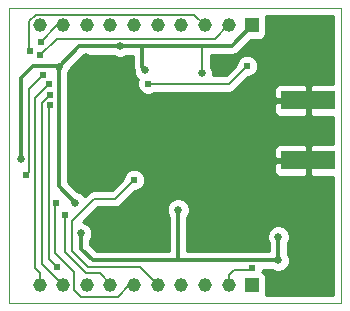
<source format=gbl>
G04 (created by PCBNEW (22-Jun-2014 BZR 4027)-stable) date Fri 19 Dec 2014 02:00:51 PM EET*
%MOIN*%
G04 Gerber Fmt 3.4, Leading zero omitted, Abs format*
%FSLAX34Y34*%
G01*
G70*
G90*
G04 APERTURE LIST*
%ADD10C,0.00590551*%
%ADD11C,0.0039*%
%ADD12C,0.0453*%
%ADD13R,0.0453X0.0453*%
%ADD14R,0.18X0.06*%
%ADD15C,0.026*%
%ADD16C,0.024*%
%ADD17C,0.012*%
%ADD18C,0.008*%
%ADD19C,0.01*%
G04 APERTURE END LIST*
G54D10*
G54D11*
X19409Y-13661D02*
X30472Y-13661D01*
X19409Y-23504D02*
X19646Y-23504D01*
X19409Y-13661D02*
X19409Y-23504D01*
X30472Y-23504D02*
X19646Y-23504D01*
X30472Y-23465D02*
X30472Y-23504D01*
X30472Y-23386D02*
X30472Y-23465D01*
X30472Y-13661D02*
X30472Y-23386D01*
G54D12*
X20433Y-14252D03*
X23582Y-14252D03*
X22795Y-14252D03*
X22007Y-14252D03*
X21220Y-14252D03*
X24370Y-14252D03*
X25157Y-14252D03*
X25945Y-14252D03*
G54D13*
X27519Y-14252D03*
G54D12*
X26732Y-14252D03*
X20433Y-22913D03*
X23582Y-22913D03*
X22795Y-22913D03*
X22007Y-22913D03*
X21220Y-22913D03*
X24370Y-22913D03*
X25157Y-22913D03*
X25945Y-22913D03*
G54D13*
X27519Y-22913D03*
G54D12*
X26732Y-22913D03*
G54D14*
X29394Y-18750D03*
X29394Y-16750D03*
G54D15*
X25050Y-20400D03*
X23950Y-15750D03*
X19800Y-18700D03*
X21063Y-15630D03*
X21614Y-20157D03*
X21811Y-21181D03*
X28386Y-21299D03*
X23113Y-14951D03*
X28386Y-22087D03*
X25829Y-15847D03*
X28150Y-17200D03*
X27600Y-17200D03*
X26950Y-17200D03*
X26300Y-17200D03*
X25700Y-17200D03*
X28150Y-18250D03*
X25700Y-18250D03*
X26300Y-18250D03*
X26950Y-18250D03*
X27600Y-18250D03*
X21693Y-19488D03*
X22100Y-15700D03*
X21991Y-15306D03*
X23504Y-20984D03*
X26710Y-15433D03*
G54D16*
X21262Y-20561D03*
X24050Y-16200D03*
X27350Y-15600D03*
X27500Y-22350D03*
X23585Y-19400D03*
X20750Y-16211D03*
X20475Y-14794D03*
X21006Y-22313D03*
X20770Y-16920D03*
X20770Y-16565D03*
X20987Y-20187D03*
X20455Y-15246D03*
X20554Y-15896D03*
X19963Y-19243D03*
X20101Y-15089D03*
G54D17*
X25050Y-20400D02*
X25050Y-22087D01*
X25050Y-22087D02*
X25050Y-22050D01*
X25050Y-22050D02*
X25050Y-22087D01*
X23850Y-15650D02*
X23850Y-14951D01*
X23950Y-15750D02*
X23850Y-15650D01*
X21033Y-15600D02*
X21063Y-15630D01*
X19800Y-16000D02*
X20200Y-15600D01*
X19800Y-18700D02*
X19800Y-16000D01*
G54D18*
X21754Y-14951D02*
X23113Y-14951D01*
X25258Y-22087D02*
X25258Y-22097D01*
G54D17*
X21063Y-19606D02*
X21614Y-20157D01*
X21063Y-16024D02*
X21063Y-19606D01*
X21063Y-15630D02*
X21063Y-16024D01*
X21811Y-21181D02*
X21811Y-21693D01*
X25000Y-22087D02*
X25050Y-22087D01*
X22205Y-22087D02*
X25000Y-22087D01*
X21811Y-21693D02*
X22205Y-22087D01*
G54D18*
X21075Y-15630D02*
X21754Y-14951D01*
G54D17*
X27520Y-22087D02*
X28386Y-22087D01*
X21075Y-15630D02*
X21754Y-14951D01*
X20200Y-15600D02*
X21033Y-15600D01*
G54D18*
X25258Y-22097D02*
X25258Y-22087D01*
X25849Y-14921D02*
X25849Y-15827D01*
G54D17*
X23113Y-14951D02*
X23850Y-14951D01*
X23850Y-14951D02*
X23970Y-14951D01*
X25849Y-14921D02*
X25709Y-14921D01*
X23970Y-14951D02*
X24000Y-14921D01*
X25709Y-14921D02*
X24000Y-14921D01*
X25258Y-22087D02*
X27520Y-22087D01*
X21063Y-15630D02*
X21075Y-15630D01*
X28386Y-21299D02*
X28386Y-22087D01*
X25050Y-22087D02*
X25258Y-22087D01*
G54D18*
X25849Y-15827D02*
X25829Y-15847D01*
G54D17*
X26850Y-14921D02*
X25849Y-14921D01*
X21754Y-14951D02*
X23113Y-14951D01*
X27519Y-14252D02*
X26850Y-14921D01*
X26950Y-17200D02*
X27600Y-17200D01*
X25700Y-17200D02*
X26300Y-17200D01*
X25700Y-18250D02*
X26300Y-18250D01*
X26950Y-18250D02*
X27600Y-18250D01*
G54D18*
X21971Y-15286D02*
X21991Y-15306D01*
X22795Y-22913D02*
X22795Y-22862D01*
X21262Y-21802D02*
X21262Y-20561D01*
X22443Y-22510D02*
X21970Y-22510D01*
X22795Y-22862D02*
X22443Y-22510D01*
X21970Y-22510D02*
X21262Y-21802D01*
X26750Y-16200D02*
X24050Y-16200D01*
X27350Y-15600D02*
X26750Y-16200D01*
X26732Y-22568D02*
X26732Y-22913D01*
X26900Y-22400D02*
X26732Y-22568D01*
X27450Y-22400D02*
X26900Y-22400D01*
X27500Y-22350D02*
X27450Y-22400D01*
X22955Y-20030D02*
X22246Y-20030D01*
X23585Y-19400D02*
X22955Y-20030D01*
X21498Y-20778D02*
X21498Y-21761D01*
X22246Y-20030D02*
X21498Y-20778D01*
X23770Y-22313D02*
X24370Y-22913D01*
X21498Y-21761D02*
X22050Y-22313D01*
X22050Y-22313D02*
X23770Y-22313D01*
X20278Y-16683D02*
X20750Y-16211D01*
X20278Y-22353D02*
X20278Y-16683D01*
X20433Y-22913D02*
X20433Y-22508D01*
X20433Y-22508D02*
X20278Y-22353D01*
X20475Y-14794D02*
X21017Y-14252D01*
X21017Y-14252D02*
X21220Y-14252D01*
X20731Y-16959D02*
X20731Y-22038D01*
X20770Y-16920D02*
X20731Y-16959D01*
X20731Y-22038D02*
X21006Y-22313D01*
X20514Y-22207D02*
X21220Y-22913D01*
X20770Y-16565D02*
X20514Y-16821D01*
X20514Y-16821D02*
X20514Y-22207D01*
X20947Y-21841D02*
X20947Y-20187D01*
X23582Y-22913D02*
X23419Y-22913D01*
X20947Y-20187D02*
X20987Y-20187D01*
X21577Y-22471D02*
X20947Y-21841D01*
X23419Y-22913D02*
X23034Y-23298D01*
X21814Y-23298D02*
X21577Y-23061D01*
X21577Y-23061D02*
X21577Y-22471D01*
X23034Y-23298D02*
X21814Y-23298D01*
X26732Y-14252D02*
X26710Y-14252D01*
X26267Y-14695D02*
X21006Y-14695D01*
X26710Y-14252D02*
X26267Y-14695D01*
X21006Y-14695D02*
X20455Y-15246D01*
X20081Y-19125D02*
X19963Y-19243D01*
X20081Y-16369D02*
X20081Y-19125D01*
X20554Y-15896D02*
X20081Y-16369D01*
X20081Y-14105D02*
X20298Y-13888D01*
X20081Y-15069D02*
X20081Y-14105D01*
X20101Y-15089D02*
X20081Y-15069D01*
X20298Y-13888D02*
X25581Y-13888D01*
X25581Y-13888D02*
X25945Y-14252D01*
G54D10*
G36*
X20509Y-14257D02*
X20438Y-14328D01*
X20433Y-14322D01*
X20427Y-14328D01*
X20371Y-14271D01*
X20371Y-14232D01*
X20425Y-14178D01*
X20429Y-14178D01*
X20433Y-14181D01*
X20436Y-14178D01*
X20440Y-14178D01*
X20509Y-14246D01*
X20503Y-14252D01*
X20509Y-14257D01*
X20509Y-14257D01*
G37*
G54D19*
X20509Y-14257D02*
X20438Y-14328D01*
X20433Y-14322D01*
X20427Y-14328D01*
X20371Y-14271D01*
X20371Y-14232D01*
X20425Y-14178D01*
X20429Y-14178D01*
X20433Y-14181D01*
X20436Y-14178D01*
X20440Y-14178D01*
X20509Y-14246D01*
X20503Y-14252D01*
X20509Y-14257D01*
G54D10*
G36*
X30202Y-23234D02*
X29344Y-23234D01*
X29344Y-19237D01*
X29344Y-18800D01*
X29344Y-18700D01*
X29344Y-18262D01*
X29344Y-17237D01*
X29344Y-16800D01*
X29344Y-16700D01*
X29344Y-16262D01*
X29281Y-16200D01*
X28543Y-16199D01*
X28444Y-16200D01*
X28352Y-16238D01*
X28281Y-16308D01*
X28243Y-16400D01*
X28244Y-16637D01*
X28306Y-16700D01*
X29344Y-16700D01*
X29344Y-16800D01*
X28306Y-16800D01*
X28244Y-16862D01*
X28243Y-17099D01*
X28281Y-17191D01*
X28352Y-17261D01*
X28444Y-17299D01*
X28543Y-17300D01*
X29281Y-17300D01*
X29344Y-17237D01*
X29344Y-18262D01*
X29281Y-18200D01*
X28543Y-18199D01*
X28444Y-18200D01*
X28352Y-18238D01*
X28281Y-18308D01*
X28243Y-18400D01*
X28244Y-18637D01*
X28306Y-18700D01*
X29344Y-18700D01*
X29344Y-18800D01*
X28306Y-18800D01*
X28244Y-18862D01*
X28243Y-19099D01*
X28281Y-19191D01*
X28352Y-19261D01*
X28444Y-19299D01*
X28543Y-19300D01*
X29281Y-19300D01*
X29344Y-19237D01*
X29344Y-23234D01*
X27976Y-23234D01*
X27995Y-23189D01*
X27995Y-23089D01*
X27995Y-22636D01*
X27957Y-22545D01*
X27887Y-22474D01*
X27854Y-22461D01*
X27869Y-22423D01*
X27869Y-22397D01*
X28158Y-22397D01*
X28170Y-22408D01*
X28310Y-22466D01*
X28461Y-22467D01*
X28600Y-22409D01*
X28707Y-22302D01*
X28765Y-22162D01*
X28766Y-22011D01*
X28708Y-21872D01*
X28696Y-21859D01*
X28696Y-21526D01*
X28707Y-21514D01*
X28765Y-21374D01*
X28766Y-21223D01*
X28708Y-21084D01*
X28601Y-20977D01*
X28461Y-20919D01*
X28310Y-20918D01*
X28171Y-20976D01*
X28064Y-21083D01*
X28006Y-21223D01*
X28005Y-21374D01*
X28063Y-21513D01*
X28076Y-21526D01*
X28076Y-21777D01*
X27520Y-21777D01*
X25360Y-21777D01*
X25360Y-20627D01*
X25371Y-20615D01*
X25429Y-20475D01*
X25430Y-20324D01*
X25372Y-20185D01*
X25265Y-20078D01*
X25125Y-20020D01*
X24974Y-20019D01*
X24835Y-20077D01*
X24728Y-20184D01*
X24670Y-20324D01*
X24669Y-20475D01*
X24727Y-20614D01*
X24740Y-20627D01*
X24740Y-21777D01*
X22333Y-21777D01*
X22121Y-21564D01*
X22121Y-21408D01*
X22132Y-21396D01*
X22190Y-21256D01*
X22191Y-21105D01*
X22133Y-20966D01*
X22026Y-20859D01*
X21886Y-20801D01*
X21885Y-20801D01*
X22366Y-20320D01*
X22955Y-20320D01*
X23065Y-20297D01*
X23160Y-20235D01*
X23625Y-19770D01*
X23658Y-19770D01*
X23794Y-19713D01*
X23898Y-19609D01*
X23954Y-19473D01*
X23955Y-19326D01*
X23898Y-19190D01*
X23794Y-19086D01*
X23658Y-19030D01*
X23511Y-19029D01*
X23375Y-19086D01*
X23271Y-19190D01*
X23215Y-19326D01*
X23215Y-19359D01*
X22834Y-19740D01*
X22246Y-19740D01*
X22135Y-19762D01*
X22040Y-19824D01*
X22040Y-19824D01*
X21930Y-19935D01*
X21829Y-19835D01*
X21689Y-19777D01*
X21672Y-19777D01*
X21373Y-19477D01*
X21373Y-16024D01*
X21373Y-15857D01*
X21384Y-15845D01*
X21442Y-15705D01*
X21442Y-15700D01*
X21882Y-15261D01*
X22885Y-15261D01*
X22897Y-15272D01*
X23037Y-15330D01*
X23188Y-15331D01*
X23327Y-15273D01*
X23340Y-15261D01*
X23540Y-15261D01*
X23540Y-15650D01*
X23563Y-15768D01*
X23569Y-15778D01*
X23569Y-15825D01*
X23627Y-15964D01*
X23711Y-16049D01*
X23680Y-16126D01*
X23679Y-16273D01*
X23736Y-16409D01*
X23840Y-16513D01*
X23976Y-16569D01*
X24123Y-16570D01*
X24259Y-16513D01*
X24283Y-16490D01*
X26750Y-16490D01*
X26860Y-16467D01*
X26955Y-16405D01*
X27390Y-15970D01*
X27423Y-15970D01*
X27559Y-15913D01*
X27663Y-15809D01*
X27719Y-15673D01*
X27720Y-15526D01*
X27663Y-15390D01*
X27559Y-15286D01*
X27423Y-15230D01*
X27276Y-15229D01*
X27140Y-15286D01*
X27036Y-15390D01*
X26980Y-15526D01*
X26980Y-15559D01*
X26629Y-15910D01*
X26208Y-15910D01*
X26209Y-15771D01*
X26151Y-15632D01*
X26139Y-15619D01*
X26139Y-15231D01*
X26850Y-15231D01*
X26968Y-15207D01*
X27069Y-15140D01*
X27480Y-14728D01*
X27795Y-14728D01*
X27886Y-14690D01*
X27957Y-14620D01*
X27995Y-14528D01*
X27995Y-14428D01*
X27995Y-13975D01*
X27976Y-13930D01*
X30202Y-13930D01*
X30202Y-16199D01*
X29506Y-16200D01*
X29444Y-16262D01*
X29444Y-16700D01*
X29451Y-16700D01*
X29451Y-16800D01*
X29444Y-16800D01*
X29444Y-17237D01*
X29506Y-17300D01*
X30202Y-17300D01*
X30202Y-18199D01*
X29506Y-18200D01*
X29444Y-18262D01*
X29444Y-18700D01*
X29451Y-18700D01*
X29451Y-18800D01*
X29444Y-18800D01*
X29444Y-19237D01*
X29506Y-19300D01*
X30202Y-19300D01*
X30202Y-23234D01*
X30202Y-23234D01*
G37*
G54D19*
X30202Y-23234D02*
X29344Y-23234D01*
X29344Y-19237D01*
X29344Y-18800D01*
X29344Y-18700D01*
X29344Y-18262D01*
X29344Y-17237D01*
X29344Y-16800D01*
X29344Y-16700D01*
X29344Y-16262D01*
X29281Y-16200D01*
X28543Y-16199D01*
X28444Y-16200D01*
X28352Y-16238D01*
X28281Y-16308D01*
X28243Y-16400D01*
X28244Y-16637D01*
X28306Y-16700D01*
X29344Y-16700D01*
X29344Y-16800D01*
X28306Y-16800D01*
X28244Y-16862D01*
X28243Y-17099D01*
X28281Y-17191D01*
X28352Y-17261D01*
X28444Y-17299D01*
X28543Y-17300D01*
X29281Y-17300D01*
X29344Y-17237D01*
X29344Y-18262D01*
X29281Y-18200D01*
X28543Y-18199D01*
X28444Y-18200D01*
X28352Y-18238D01*
X28281Y-18308D01*
X28243Y-18400D01*
X28244Y-18637D01*
X28306Y-18700D01*
X29344Y-18700D01*
X29344Y-18800D01*
X28306Y-18800D01*
X28244Y-18862D01*
X28243Y-19099D01*
X28281Y-19191D01*
X28352Y-19261D01*
X28444Y-19299D01*
X28543Y-19300D01*
X29281Y-19300D01*
X29344Y-19237D01*
X29344Y-23234D01*
X27976Y-23234D01*
X27995Y-23189D01*
X27995Y-23089D01*
X27995Y-22636D01*
X27957Y-22545D01*
X27887Y-22474D01*
X27854Y-22461D01*
X27869Y-22423D01*
X27869Y-22397D01*
X28158Y-22397D01*
X28170Y-22408D01*
X28310Y-22466D01*
X28461Y-22467D01*
X28600Y-22409D01*
X28707Y-22302D01*
X28765Y-22162D01*
X28766Y-22011D01*
X28708Y-21872D01*
X28696Y-21859D01*
X28696Y-21526D01*
X28707Y-21514D01*
X28765Y-21374D01*
X28766Y-21223D01*
X28708Y-21084D01*
X28601Y-20977D01*
X28461Y-20919D01*
X28310Y-20918D01*
X28171Y-20976D01*
X28064Y-21083D01*
X28006Y-21223D01*
X28005Y-21374D01*
X28063Y-21513D01*
X28076Y-21526D01*
X28076Y-21777D01*
X27520Y-21777D01*
X25360Y-21777D01*
X25360Y-20627D01*
X25371Y-20615D01*
X25429Y-20475D01*
X25430Y-20324D01*
X25372Y-20185D01*
X25265Y-20078D01*
X25125Y-20020D01*
X24974Y-20019D01*
X24835Y-20077D01*
X24728Y-20184D01*
X24670Y-20324D01*
X24669Y-20475D01*
X24727Y-20614D01*
X24740Y-20627D01*
X24740Y-21777D01*
X22333Y-21777D01*
X22121Y-21564D01*
X22121Y-21408D01*
X22132Y-21396D01*
X22190Y-21256D01*
X22191Y-21105D01*
X22133Y-20966D01*
X22026Y-20859D01*
X21886Y-20801D01*
X21885Y-20801D01*
X22366Y-20320D01*
X22955Y-20320D01*
X23065Y-20297D01*
X23160Y-20235D01*
X23625Y-19770D01*
X23658Y-19770D01*
X23794Y-19713D01*
X23898Y-19609D01*
X23954Y-19473D01*
X23955Y-19326D01*
X23898Y-19190D01*
X23794Y-19086D01*
X23658Y-19030D01*
X23511Y-19029D01*
X23375Y-19086D01*
X23271Y-19190D01*
X23215Y-19326D01*
X23215Y-19359D01*
X22834Y-19740D01*
X22246Y-19740D01*
X22135Y-19762D01*
X22040Y-19824D01*
X22040Y-19824D01*
X21930Y-19935D01*
X21829Y-19835D01*
X21689Y-19777D01*
X21672Y-19777D01*
X21373Y-19477D01*
X21373Y-16024D01*
X21373Y-15857D01*
X21384Y-15845D01*
X21442Y-15705D01*
X21442Y-15700D01*
X21882Y-15261D01*
X22885Y-15261D01*
X22897Y-15272D01*
X23037Y-15330D01*
X23188Y-15331D01*
X23327Y-15273D01*
X23340Y-15261D01*
X23540Y-15261D01*
X23540Y-15650D01*
X23563Y-15768D01*
X23569Y-15778D01*
X23569Y-15825D01*
X23627Y-15964D01*
X23711Y-16049D01*
X23680Y-16126D01*
X23679Y-16273D01*
X23736Y-16409D01*
X23840Y-16513D01*
X23976Y-16569D01*
X24123Y-16570D01*
X24259Y-16513D01*
X24283Y-16490D01*
X26750Y-16490D01*
X26860Y-16467D01*
X26955Y-16405D01*
X27390Y-15970D01*
X27423Y-15970D01*
X27559Y-15913D01*
X27663Y-15809D01*
X27719Y-15673D01*
X27720Y-15526D01*
X27663Y-15390D01*
X27559Y-15286D01*
X27423Y-15230D01*
X27276Y-15229D01*
X27140Y-15286D01*
X27036Y-15390D01*
X26980Y-15526D01*
X26980Y-15559D01*
X26629Y-15910D01*
X26208Y-15910D01*
X26209Y-15771D01*
X26151Y-15632D01*
X26139Y-15619D01*
X26139Y-15231D01*
X26850Y-15231D01*
X26968Y-15207D01*
X27069Y-15140D01*
X27480Y-14728D01*
X27795Y-14728D01*
X27886Y-14690D01*
X27957Y-14620D01*
X27995Y-14528D01*
X27995Y-14428D01*
X27995Y-13975D01*
X27976Y-13930D01*
X30202Y-13930D01*
X30202Y-16199D01*
X29506Y-16200D01*
X29444Y-16262D01*
X29444Y-16700D01*
X29451Y-16700D01*
X29451Y-16800D01*
X29444Y-16800D01*
X29444Y-17237D01*
X29506Y-17300D01*
X30202Y-17300D01*
X30202Y-18199D01*
X29506Y-18200D01*
X29444Y-18262D01*
X29444Y-18700D01*
X29451Y-18700D01*
X29451Y-18800D01*
X29444Y-18800D01*
X29444Y-19237D01*
X29506Y-19300D01*
X30202Y-19300D01*
X30202Y-23234D01*
M02*

</source>
